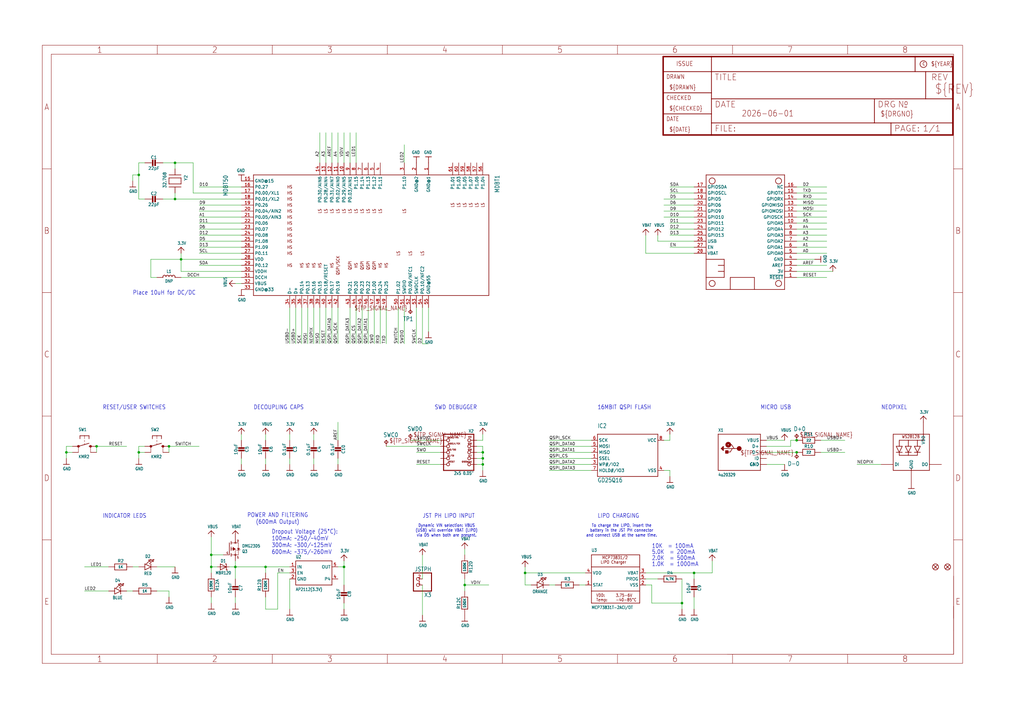
<source format=kicad_sch>
(kicad_sch (version 20230121) (generator eeschema)
  (paper "User" 430.962 298.602)
  (junction (at 287.02 254))
  (junction (at 58.42 190.5))
  (junction (at 76.2 109.22))
  (junction (at 71.12 187.96))
  (junction (at 335.28 190.5))
  (junction (at 144.78 238.76))
  (junction (at 88.9 238.76))
  (junction (at 220.98 241.3))
  (junction (at 73.66 68.58))
  (junction (at 99.06 238.76))
  (junction (at 111.76 238.76))
  (junction (at 203.2 195.58))
  (junction (at 195.58 246.38))
  (junction (at 58.42 73.66))
  (junction (at 40.64 187.96))
  (junction (at 203.2 193.04))
  (junction (at 88.9 233.68))
  (junction (at 73.66 83.82))
  (junction (at 335.28 185.42))
  (junction (at 203.2 190.5))
  (junction (at 27.94 190.5))
  (junction (at 292.1 241.3))
  (wire (pts (xy 279.4 86.36) (xy 292.1 86.36)) (stroke (width 0.1524)))
  (wire (pts (xy 73.66 83.82) (xy 73.66 81.28)) (stroke (width 0.1524)))
  (wire (pts (xy 111.76 256.54) (xy 111.76 251.46)) (stroke (width 0.1524)))
  (wire (pts (xy 335.28 81.28) (xy 347.98 81.28)) (stroke (width 0.1524)))
  (wire (pts (xy 162.56 187.96) (xy 185.42 187.96)) (stroke (width 0.1524)))
  (wire (pts (xy 335.28 111.76) (xy 347.98 111.76)) (stroke (width 0.1524)))
  (wire (pts (xy 99.06 243.84) (xy 99.06 238.76)) (stroke (width 0.1524)))
  (wire (pts (xy 335.28 106.68) (xy 347.98 106.68)) (stroke (width 0.1524)))
  (wire (pts (xy 58.42 238.76) (xy 55.88 238.76)) (stroke (width 0.1524)))
  (wire (pts (xy 347.98 88.9) (xy 335.28 88.9)) (stroke (width 0.1524)))
  (wire (pts (xy 58.42 68.58) (xy 58.42 73.66)) (stroke (width 0.1524)))
  (wire (pts (xy 335.28 93.98) (xy 347.98 93.98)) (stroke (width 0.1524)))
  (wire (pts (xy 195.58 231.14) (xy 195.58 233.68)) (stroke (width 0.1524)))
  (wire (pts (xy 101.6 116.84) (xy 76.2 116.84)) (stroke (width 0.1524)))
  (wire (pts (xy 279.4 185.42) (xy 281.94 185.42)) (stroke (width 0.1524)))
  (wire (pts (xy 279.4 198.12) (xy 281.94 198.12)) (stroke (width 0.1524)))
  (wire (pts (xy 271.78 243.84) (xy 276.86 243.84)) (stroke (width 0.1524)))
  (wire (pts (xy 292.1 78.74) (xy 281.94 78.74)) (stroke (width 0.1524)))
  (wire (pts (xy 101.6 119.38) (xy 99.06 119.38)) (stroke (width 0.1524)))
  (wire (pts (xy 177.8 144.78) (xy 180.34 144.78)) (stroke (width 0.1524)))
  (wire (pts (xy 134.62 68.58) (xy 134.62 55.88)) (stroke (width 0.1524)))
  (wire (pts (xy 73.66 68.58) (xy 73.66 71.12)) (stroke (width 0.1524)))
  (wire (pts (xy 200.66 187.96) (xy 203.2 187.96)) (stroke (width 0.1524)))
  (wire (pts (xy 248.92 185.42) (xy 231.14 185.42)) (stroke (width 0.1524)))
  (wire (pts (xy 83.82 91.44) (xy 101.6 91.44)) (stroke (width 0.1524)))
  (wire (pts (xy 342.9 109.22) (xy 335.28 109.22)) (stroke (width 0.1524)))
  (wire (pts (xy 121.92 241.3) (xy 116.84 241.3)) (stroke (width 0.1524)))
  (wire (pts (xy 111.76 241.3) (xy 111.76 238.76)) (stroke (width 0.1524)))
  (wire (pts (xy 274.32 246.38) (xy 274.32 254)) (stroke (width 0.1524)))
  (wire (pts (xy 335.28 83.82) (xy 347.98 83.82)) (stroke (width 0.1524)))
  (wire (pts (xy 40.64 187.96) (xy 40.64 190.5)) (stroke (width 0.1524)))
  (wire (pts (xy 330.2 185.42) (xy 322.58 185.42)) (stroke (width 0.1524)))
  (wire (pts (xy 195.58 243.84) (xy 195.58 246.38)) (stroke (width 0.1524)))
  (wire (pts (xy 129.54 129.54) (xy 129.54 144.78)) (stroke (width 0.1524)))
  (wire (pts (xy 76.2 114.3) (xy 76.2 109.22)) (stroke (width 0.1524)))
  (wire (pts (xy 180.34 139.7) (xy 180.34 129.54)) (stroke (width 0.1524)))
  (wire (pts (xy 111.76 185.42) (xy 111.76 182.88)) (stroke (width 0.1524)))
  (wire (pts (xy 175.26 129.54) (xy 175.26 144.78)) (stroke (width 0.1524)))
  (wire (pts (xy 281.94 96.52) (xy 292.1 96.52)) (stroke (width 0.1524)))
  (wire (pts (xy 279.4 88.9) (xy 292.1 88.9)) (stroke (width 0.1524)))
  (wire (pts (xy 99.06 236.22) (xy 99.06 238.76)) (stroke (width 0.1524)))
  (wire (pts (xy 276.86 101.6) (xy 276.86 99.06)) (stroke (width 0.1524)))
  (wire (pts (xy 55.88 76.2) (xy 55.88 73.66)) (stroke (width 0.1524)))
  (wire (pts (xy 88.9 254) (xy 88.9 251.46)) (stroke (width 0.1524)))
  (wire (pts (xy 71.12 187.96) (xy 71.12 190.5)) (stroke (width 0.1524)))
  (wire (pts (xy 132.08 193.04) (xy 132.08 195.58)) (stroke (width 0.1524)))
  (wire (pts (xy 127 129.54) (xy 127 144.78)) (stroke (width 0.1524)))
  (wire (pts (xy 335.28 104.14) (xy 347.98 104.14)) (stroke (width 0.1524)))
  (wire (pts (xy 177.8 233.68) (xy 177.8 243.84)) (stroke (width 0.1524)))
  (wire (pts (xy 185.42 190.5) (xy 175.26 190.5)) (stroke (width 0.1524)))
  (wire (pts (xy 101.6 83.82) (xy 73.66 83.82)) (stroke (width 0.1524)))
  (wire (pts (xy 63.5 109.22) (xy 76.2 109.22)) (stroke (width 0.1524)))
  (wire (pts (xy 137.16 129.54) (xy 137.16 144.78)) (stroke (width 0.1524)))
  (wire (pts (xy 101.6 96.52) (xy 83.82 96.52)) (stroke (width 0.1524)))
  (wire (pts (xy 88.9 241.3) (xy 88.9 238.76)) (stroke (width 0.1524)))
  (wire (pts (xy 195.58 246.38) (xy 195.58 248.92)) (stroke (width 0.1524)))
  (wire (pts (xy 88.9 238.76) (xy 88.9 233.68)) (stroke (width 0.1524)))
  (wire (pts (xy 231.14 193.04) (xy 248.92 193.04)) (stroke (width 0.1524)))
  (wire (pts (xy 170.18 68.58) (xy 170.18 60.96)) (stroke (width 0.1524)))
  (wire (pts (xy 142.24 68.58) (xy 142.24 55.88)) (stroke (width 0.1524)))
  (wire (pts (xy 322.58 190.5) (xy 335.28 190.5)) (stroke (width 0.1524)))
  (wire (pts (xy 132.08 185.42) (xy 132.08 182.88)) (stroke (width 0.1524)))
  (wire (pts (xy 335.28 78.74) (xy 347.98 78.74)) (stroke (width 0.1524)))
  (wire (pts (xy 347.98 116.84) (xy 335.28 116.84)) (stroke (width 0.1524)))
  (wire (pts (xy 144.78 238.76) (xy 144.78 236.22)) (stroke (width 0.1524)))
  (wire (pts (xy 121.92 243.84) (xy 121.92 256.54)) (stroke (width 0.1524)))
  (wire (pts (xy 292.1 241.3) (xy 271.78 241.3)) (stroke (width 0.1524)))
  (wire (pts (xy 281.94 93.98) (xy 292.1 93.98)) (stroke (width 0.1524)))
  (wire (pts (xy 292.1 101.6) (xy 276.86 101.6)) (stroke (width 0.1524)))
  (wire (pts (xy 248.92 187.96) (xy 231.14 187.96)) (stroke (width 0.1524)))
  (wire (pts (xy 223.52 246.38) (xy 220.98 246.38)) (stroke (width 0.1524)))
  (wire (pts (xy 335.28 96.52) (xy 347.98 96.52)) (stroke (width 0.1524)))
  (wire (pts (xy 170.18 129.54) (xy 170.18 144.78)) (stroke (width 0.1524)))
  (wire (pts (xy 58.42 73.66) (xy 58.42 83.82)) (stroke (width 0.1524)))
  (wire (pts (xy 60.96 187.96) (xy 58.42 187.96)) (stroke (width 0.1524)))
  (wire (pts (xy 30.48 190.5) (xy 27.94 190.5)) (stroke (width 0.1524)))
  (wire (pts (xy 45.72 248.92) (xy 35.56 248.92)) (stroke (width 0.1524)))
  (wire (pts (xy 203.2 195.58) (xy 203.2 198.12)) (stroke (width 0.1524)))
  (wire (pts (xy 137.16 68.58) (xy 137.16 55.88)) (stroke (width 0.1524)))
  (wire (pts (xy 66.04 248.92) (xy 71.12 248.92)) (stroke (width 0.1524)))
  (wire (pts (xy 292.1 251.46) (xy 292.1 256.54)) (stroke (width 0.1524)))
  (wire (pts (xy 279.4 91.44) (xy 292.1 91.44)) (stroke (width 0.1524)))
  (wire (pts (xy 76.2 109.22) (xy 76.2 106.68)) (stroke (width 0.1524)))
  (wire (pts (xy 81.28 81.28) (xy 101.6 81.28)) (stroke (width 0.1524)))
  (wire (pts (xy 30.48 187.96) (xy 27.94 187.96)) (stroke (width 0.1524)))
  (wire (pts (xy 299.72 236.22) (xy 299.72 241.3)) (stroke (width 0.1524)))
  (wire (pts (xy 101.6 93.98) (xy 83.82 93.98)) (stroke (width 0.1524)))
  (wire (pts (xy 203.2 190.5) (xy 203.2 193.04)) (stroke (width 0.1524)))
  (wire (pts (xy 101.6 111.76) (xy 83.82 111.76)) (stroke (width 0.1524)))
  (wire (pts (xy 200.66 195.58) (xy 203.2 195.58)) (stroke (width 0.1524)))
  (wire (pts (xy 292.1 104.14) (xy 281.94 104.14)) (stroke (width 0.1524)))
  (wire (pts (xy 335.28 101.6) (xy 347.98 101.6)) (stroke (width 0.1524)))
  (wire (pts (xy 149.86 68.58) (xy 149.86 55.88)) (stroke (width 0.1524)))
  (wire (pts (xy 101.6 109.22) (xy 76.2 109.22)) (stroke (width 0.1524)))
  (wire (pts (xy 292.1 83.82) (xy 279.4 83.82)) (stroke (width 0.1524)))
  (wire (pts (xy 322.58 187.96) (xy 332.74 187.96)) (stroke (width 0.1524)))
  (wire (pts (xy 63.5 116.84) (xy 63.5 109.22)) (stroke (width 0.1524)))
  (wire (pts (xy 370.84 195.58) (xy 360.68 195.58)) (stroke (width 0.1524)))
  (wire (pts (xy 53.34 248.92) (xy 55.88 248.92)) (stroke (width 0.1524)))
  (wire (pts (xy 144.78 246.38) (xy 144.78 238.76)) (stroke (width 0.1524)))
  (wire (pts (xy 243.84 246.38) (xy 246.38 246.38)) (stroke (width 0.1524)))
  (wire (pts (xy 91.44 238.76) (xy 88.9 238.76)) (stroke (width 0.1524)))
  (wire (pts (xy 88.9 233.68) (xy 88.9 226.06)) (stroke (width 0.1524)))
  (wire (pts (xy 144.78 254) (xy 144.78 256.54)) (stroke (width 0.1524)))
  (wire (pts (xy 147.32 68.58) (xy 147.32 55.88)) (stroke (width 0.1524)))
  (wire (pts (xy 121.92 193.04) (xy 121.92 195.58)) (stroke (width 0.1524)))
  (wire (pts (xy 101.6 114.3) (xy 76.2 114.3)) (stroke (width 0.1524)))
  (wire (pts (xy 40.64 187.96) (xy 53.34 187.96)) (stroke (width 0.1524)))
  (wire (pts (xy 96.52 238.76) (xy 99.06 238.76)) (stroke (width 0.1524)))
  (wire (pts (xy 271.78 246.38) (xy 274.32 246.38)) (stroke (width 0.1524)))
  (wire (pts (xy 355.6 190.5) (xy 345.44 190.5)) (stroke (width 0.1524)))
  (wire (pts (xy 73.66 238.76) (xy 66.04 238.76)) (stroke (width 0.1524)))
  (wire (pts (xy 203.2 193.04) (xy 203.2 195.58)) (stroke (width 0.1524)))
  (wire (pts (xy 147.32 144.78) (xy 147.32 129.54)) (stroke (width 0.1524)))
  (wire (pts (xy 292.1 241.3) (xy 299.72 241.3)) (stroke (width 0.1524)))
  (wire (pts (xy 157.48 129.54) (xy 157.48 144.78)) (stroke (width 0.1524)))
  (wire (pts (xy 231.14 198.12) (xy 248.92 198.12)) (stroke (width 0.1524)))
  (wire (pts (xy 121.92 238.76) (xy 111.76 238.76)) (stroke (width 0.1524)))
  (wire (pts (xy 287.02 254) (xy 287.02 256.54)) (stroke (width 0.1524)))
  (wire (pts (xy 60.96 190.5) (xy 58.42 190.5)) (stroke (width 0.1524)))
  (wire (pts (xy 322.58 195.58) (xy 330.2 195.58)) (stroke (width 0.1524)))
  (wire (pts (xy 154.94 129.54) (xy 154.94 144.78)) (stroke (width 0.1524)))
  (wire (pts (xy 58.42 187.96) (xy 58.42 190.5)) (stroke (width 0.1524)))
  (wire (pts (xy 292.1 243.84) (xy 292.1 241.3)) (stroke (width 0.1524)))
  (wire (pts (xy 124.46 129.54) (xy 124.46 144.78)) (stroke (width 0.1524)))
  (wire (pts (xy 347.98 86.36) (xy 335.28 86.36)) (stroke (width 0.1524)))
  (wire (pts (xy 195.58 246.38) (xy 205.74 246.38)) (stroke (width 0.1524)))
  (wire (pts (xy 200.66 193.04) (xy 203.2 193.04)) (stroke (width 0.1524)))
  (wire (pts (xy 200.66 190.5) (xy 203.2 190.5)) (stroke (width 0.1524)))
  (wire (pts (xy 121.92 144.78) (xy 121.92 129.54)) (stroke (width 0.1524)))
  (wire (pts (xy 121.92 185.42) (xy 121.92 182.88)) (stroke (width 0.1524)))
  (wire (pts (xy 142.24 238.76) (xy 144.78 238.76)) (stroke (width 0.1524)))
  (wire (pts (xy 101.6 185.42) (xy 101.6 182.88)) (stroke (width 0.1524)))
  (wire (pts (xy 335.28 114.3) (xy 350.52 114.3)) (stroke (width 0.1524)))
  (wire (pts (xy 203.2 185.42) (xy 203.2 182.88)) (stroke (width 0.1524)))
  (wire (pts (xy 101.6 99.06) (xy 83.82 99.06)) (stroke (width 0.1524)))
  (wire (pts (xy 111.76 193.04) (xy 111.76 195.58)) (stroke (width 0.1524)))
  (wire (pts (xy 81.28 81.28) (xy 81.28 68.58)) (stroke (width 0.1524)))
  (wire (pts (xy 287.02 243.84) (xy 287.02 254)) (stroke (width 0.1524)))
  (wire (pts (xy 66.04 116.84) (xy 63.5 116.84)) (stroke (width 0.1524)))
  (wire (pts (xy 101.6 88.9) (xy 83.82 88.9)) (stroke (width 0.1524)))
  (wire (pts (xy 332.74 185.42) (xy 335.28 185.42)) (stroke (width 0.1524)))
  (wire (pts (xy 101.6 78.74) (xy 83.82 78.74)) (stroke (width 0.1524)))
  (wire (pts (xy 281.94 99.06) (xy 292.1 99.06)) (stroke (width 0.1524)))
  (wire (pts (xy 177.8 129.54) (xy 177.8 144.78)) (stroke (width 0.1524)))
  (wire (pts (xy 101.6 104.14) (xy 83.82 104.14)) (stroke (width 0.1524)))
  (wire (pts (xy 231.14 246.38) (xy 233.68 246.38)) (stroke (width 0.1524)))
  (wire (pts (xy 177.8 259.08) (xy 177.8 246.38)) (stroke (width 0.1524)))
  (wire (pts (xy 167.64 129.54) (xy 167.64 144.78)) (stroke (width 0.1524)))
  (wire (pts (xy 101.6 86.36) (xy 83.82 86.36)) (stroke (width 0.1524)))
  (wire (pts (xy 271.78 106.68) (xy 271.78 99.06)) (stroke (width 0.1524)))
  (wire (pts (xy 231.14 190.5) (xy 248.92 190.5)) (stroke (width 0.1524)))
  (wire (pts (xy 27.94 190.5) (xy 27.94 193.04)) (stroke (width 0.1524)))
  (wire (pts (xy 162.56 129.54) (xy 162.56 144.78)) (stroke (width 0.1524)))
  (wire (pts (xy 142.24 195.58) (xy 142.24 193.04)) (stroke (width 0.1524)))
  (wire (pts (xy 27.94 187.96) (xy 27.94 190.5)) (stroke (width 0.1524)))
  (wire (pts (xy 99.06 251.46) (xy 99.06 254)) (stroke (width 0.1524)))
  (wire (pts (xy 274.32 254) (xy 287.02 254)) (stroke (width 0.1524)))
  (wire (pts (xy 220.98 241.3) (xy 246.38 241.3)) (stroke (width 0.1524)))
  (wire (pts (xy 231.14 195.58) (xy 248.92 195.58)) (stroke (width 0.1524)))
  (wire (pts (xy 335.28 91.44) (xy 347.98 91.44)) (stroke (width 0.1524)))
  (wire (pts (xy 139.7 144.78) (xy 139.7 129.54)) (stroke (width 0.1524)))
  (wire (pts (xy 58.42 83.82) (xy 60.96 83.82)) (stroke (width 0.1524)))
  (wire (pts (xy 185.42 195.58) (xy 175.26 195.58)) (stroke (width 0.1524)))
  (wire (pts (xy 203.2 187.96) (xy 203.2 190.5)) (stroke (width 0.1524)))
  (wire (pts (xy 152.4 129.54) (xy 152.4 144.78)) (stroke (width 0.1524)))
  (wire (pts (xy 332.74 187.96) (xy 332.74 185.42)) (stroke (width 0.1524)))
  (wire (pts (xy 83.82 101.6) (xy 101.6 101.6)) (stroke (width 0.1524)))
  (wire (pts (xy 292.1 106.68) (xy 271.78 106.68)) (stroke (width 0.1524)))
  (wire (pts (xy 139.7 68.58) (xy 139.7 55.88)) (stroke (width 0.1524)))
  (wire (pts (xy 60.96 68.58) (xy 58.42 68.58)) (stroke (width 0.1524)))
  (wire (pts (xy 281.94 198.12) (xy 281.94 200.66)) (stroke (width 0.1524)))
  (wire (pts (xy 220.98 246.38) (xy 220.98 241.3)) (stroke (width 0.1524)))
  (wire (pts (xy 142.24 185.42) (xy 142.24 177.8)) (stroke (width 0.1524)))
  (wire (pts (xy 116.84 256.54) (xy 111.76 256.54)) (stroke (width 0.1524)))
  (wire (pts (xy 220.98 238.76) (xy 220.98 241.3)) (stroke (width 0.1524)))
  (wire (pts (xy 81.28 68.58) (xy 73.66 68.58)) (stroke (width 0.1524)))
  (wire (pts (xy 99.06 238.76) (xy 111.76 238.76)) (stroke (width 0.1524)))
  (wire (pts (xy 68.58 68.58) (xy 73.66 68.58)) (stroke (width 0.1524)))
  (wire (pts (xy 132.08 129.54) (xy 132.08 144.78)) (stroke (width 0.1524)))
  (wire (pts (xy 355.6 185.42) (xy 345.44 185.42)) (stroke (width 0.1524)))
  (wire (pts (xy 144.78 68.58) (xy 144.78 55.88)) (stroke (width 0.1524)))
  (wire (pts (xy 149.86 144.78) (xy 149.86 129.54)) (stroke (width 0.1524)))
  (wire (pts (xy 160.02 129.54) (xy 160.02 144.78)) (stroke (width 0.1524)))
  (wire (pts (xy 281.94 185.42) (xy 281.94 182.88)) (stroke (width 0.1524)))
  (wire (pts (xy 116.84 241.3) (xy 116.84 256.54)) (stroke (width 0.1524)))
  (wire (pts (xy 68.58 83.82) (xy 73.66 83.82)) (stroke (width 0.1524)))
  (wire (pts (xy 200.66 185.42) (xy 203.2 185.42)) (stroke (width 0.1524)))
  (wire (pts (xy 134.62 129.54) (xy 134.62 144.78)) (stroke (width 0.1524)))
  (wire (pts (xy 142.24 144.78) (xy 142.24 129.54)) (stroke (width 0.1524)))
  (wire (pts (xy 55.88 73.66) (xy 58.42 73.66)) (stroke (width 0.1524)))
  (wire (pts (xy 58.42 190.5) (xy 58.42 193.04)) (stroke (width 0.1524)))
  (wire (pts (xy 185.42 185.42) (xy 172.72 185.42)) (stroke (width 0.1524)))
  (wire (pts (xy 93.98 233.68) (xy 88.9 233.68)) (stroke (width 0.1524)))
  (wire (pts (xy 101.6 193.04) (xy 101.6 195.58)) (stroke (width 0.1524)))
  (wire (pts (xy 292.1 81.28) (xy 281.94 81.28)) (stroke (width 0.1524)))
  (wire (pts (xy 71.12 187.96) (xy 83.82 187.96)) (stroke (width 0.1524)))
  (wire (pts (xy 71.12 248.92) (xy 71.12 251.46)) (stroke (width 0.1524)))
  (wire (pts (xy 83.82 106.68) (xy 101.6 106.68)) (stroke (width 0.1524)))
  (wire (pts (xy 335.28 99.06) (xy 347.98 99.06)) (stroke (width 0.1524)))
  (wire (pts (xy 45.72 238.76) (xy 35.56 238.76)) (stroke (width 0.1524)))
  (text "RESET/USER SWITCHES" (at 43.18 172.72 0) (effects (font (size 1.778 1.5113)) (justify left bottom)))
  (text "To charge the LIPO, insert the\nbattery in the JST PH connector\nand connect USB at the same time." (at 261.62 223.52 0) (effects (font (size 1.27 1.0795))))
  (text "1.0K  = 1000mA" (at 274.32 238.76 0) (effects (font (size 1.778 1.5113)) (justify left bottom)))
  (text "SWD DEBUGGER" (at 182.88 172.72 0) (effects (font (size 1.778 1.5113)) (justify left bottom)))
  (text "JST PH LIPO INPUT" (at 177.8 218.44 0) (effects (font (size 1.778 1.5113)) (justify left bottom)))
  (text "MICRO USB" (at 320.04 172.72 0) (effects (font (size 1.778 1.5113)) (justify left bottom)))
  (text "5.0K  = 200mA" (at 274.32 233.68 0) (effects (font (size 1.778 1.5113)) (justify left bottom)))
  (text "Dropout Voltage (25°C):\n100mA: ~250/~40mV\n300mA: ~300/~125mV\n600mA: ~375/~260mV" (at 114.3 233.68 0) (effects (font (size 1.778 1.5113)) (justify left bottom)))
  (text "Dynamic VIN selection: VBUS\n(USB) will override VBAT (LIPO)\nvia D5 when both are present." (at 187.96 223.52 0) (effects (font (size 1.27 1.0795))))
  (text "DECOUPLING CAPS" (at 106.68 172.72 0) (effects (font (size 1.778 1.5113)) (justify left bottom)))
  (text "16MBIT QSPI FLASH" (at 251.46 172.72 0) (effects (font (size 1.778 1.5113)) (justify left bottom)))
  (text "10K  = 100mA" (at 274.32 231.14 0) (effects (font (size 1.778 1.5113)) (justify left bottom)))
  (text "LIPO CHARGING" (at 251.46 218.44 0) (effects (font (size 1.778 1.5113)) (justify left bottom)))
  (text "Place 10uH for DC/DC" (at 55.88 124.46 0) (effects (font (size 1.778 1.5113)) (justify left bottom)))
  (text "2.0K  = 500mA" (at 274.32 236.22 0) (effects (font (size 1.778 1.5113)) (justify left bottom)))
  (text "POWER AND FILTERING\n(600mA Output)" (at 116.84 220.98 0) (effects (font (size 1.778 1.5113)) (justify bottom)))
  (text "INDICATOR LEDS" (at 43.18 218.44 0) (effects (font (size 1.778 1.5113)) (justify left bottom)))
  (text "NEOPIXEL" (at 370.84 172.72 0) (effects (font (size 1.778 1.5113)) (justify left bottom)))
  (label "USBD+" (at 347.98 185.42 0) (effects (font (size 1.2446 1.2446))))
  (label "D13" (at 281.94 99.06 0) (effects (font (size 1.2446 1.2446))))
  (label "USBD+" (at 124.46 144.78 90) (effects (font (size 1.2446 1.2446))))
  (label "QSPI_DATA1" (at 154.94 144.78 90) (effects (font (size 1.2446 1.2446))))
  (label "MISO" (at 134.62 144.78 90) (effects (font (size 1.2446 1.2446))))
  (label "A2" (at 134.62 66.04 90) (effects (font (size 1.2446 1.2446))))
  (label "SWDIO" (at 175.26 185.42 0) (effects (font (size 1.2446 1.2446))))
  (label "D11" (at 281.94 93.98 0) (effects (font (size 1.2446 1.2446))))
  (label "MISO" (at 337.82 86.36 0) (effects (font (size 1.2446 1.2446))))
  (label "D12" (at 281.94 96.52 0) (effects (font (size 1.2446 1.2446))))
  (label "SWO" (at 157.48 144.78 90) (effects (font (size 1.2446 1.2446))))
  (label "D10" (at 281.94 91.44 0) (effects (font (size 1.2446 1.2446))))
  (label "VDIV" (at 198.12 246.38 0) (effects (font (size 1.2446 1.2446))))
  (label "QSPI_DATA0" (at 139.7 144.78 90) (effects (font (size 1.2446 1.2446))))
  (label "QSPI_DATA3" (at 147.32 144.78 90) (effects (font (size 1.2446 1.2446))))
  (label "SCL" (at 281.94 81.28 0) (effects (font (size 1.2446 1.2446))))
  (label "RESET" (at 45.72 187.96 0) (effects (font (size 1.2446 1.2446))))
  (label "D2" (at 337.82 78.74 0) (effects (font (size 1.2446 1.2446))))
  (label "SWITCH" (at 167.64 144.78 90) (effects (font (size 1.2446 1.2446))))
  (label "A0" (at 337.82 106.68 0) (effects (font (size 1.2446 1.2446))))
  (label "NEOPIX" (at 360.68 195.58 0) (effects (font (size 1.2446 1.2446))))
  (label "VBUS" (at 322.58 185.42 0) (effects (font (size 1.2446 1.2446))))
  (label "USBD-" (at 347.98 190.5 0) (effects (font (size 1.2446 1.2446))))
  (label "RESET" (at 337.82 116.84 0) (effects (font (size 1.2446 1.2446))))
  (label "SWITCH" (at 73.66 187.96 0) (effects (font (size 1.2446 1.2446))))
  (label "D9" (at 83.82 86.36 0) (effects (font (size 1.2446 1.2446))))
  (label "D6" (at 83.82 96.52 0) (effects (font (size 1.2446 1.2446))))
  (label "SWCLK" (at 175.26 187.96 0) (effects (font (size 1.2446 1.2446))))
  (label "QSPI_DATA2" (at 152.4 144.78 90) (effects (font (size 1.2446 1.2446))))
  (label "DCCH" (at 78.74 116.84 0) (effects (font (size 1.2446 1.2446))))
  (label "QSPI_DATA0" (at 231.14 187.96 0) (effects (font (size 1.2446 1.2446))))
  (label "QSPI_DATA1" (at 231.14 190.5 0) (effects (font (size 1.2446 1.2446))))
  (label "D9" (at 281.94 88.9 0) (effects (font (size 1.2446 1.2446))))
  (label "LED2" (at 35.56 248.92 0) (effects (font (size 1.2446 1.2446))))
  (label "MOSI" (at 129.54 144.78 90) (effects (font (size 1.2446 1.2446))))
  (label "SCK" (at 337.82 91.44 0) (effects (font (size 1.2446 1.2446))))
  (label "LED1" (at 38.1 238.76 0) (effects (font (size 1.2446 1.2446))))
  (label "LED1" (at 149.86 66.04 90) (effects (font (size 1.2446 1.2446))))
  (label "AREF" (at 139.7 66.04 90) (effects (font (size 1.2446 1.2446))))
  (label "LED2" (at 170.18 68.58 90) (effects (font (size 1.2446 1.2446))))
  (label "TXD" (at 337.82 81.28 0) (effects (font (size 1.2446 1.2446))))
  (label "RESET" (at 137.16 144.78 90) (effects (font (size 1.2446 1.2446))))
  (label "D2" (at 177.8 144.78 90) (effects (font (size 1.2446 1.2446))))
  (label "RXD" (at 160.02 144.78 90) (effects (font (size 1.2446 1.2446))))
  (label "QSPI_CS" (at 149.86 144.78 90) (effects (font (size 1.2446 1.2446))))
  (label "SCL" (at 83.82 106.68 0) (effects (font (size 1.2446 1.2446))))
  (label "A4" (at 142.24 66.04 90) (effects (font (size 1.2446 1.2446))))
  (label "EN" (at 281.94 104.14 0) (effects (font (size 1.2446 1.2446))))
  (label "D6" (at 281.94 86.36 0) (effects (font (size 1.2446 1.2446))))
  (label "AREF" (at 337.82 111.76 0) (effects (font (size 1.2446 1.2446))))
  (label "QSPI_SCK" (at 231.14 185.42 0) (effects (font (size 1.2446 1.2446))))
  (label "USBD-" (at 121.92 144.78 90) (effects (font (size 1.2446 1.2446))))
  (label "QSPI_DATA3" (at 231.14 198.12 0) (effects (font (size 1.2446 1.2446))))
  (label "NEOPIX" (at 132.08 144.78 90) (effects (font (size 1.2446 1.2446))))
  (label "D11" (at 83.82 93.98 0) (effects (font (size 1.2446 1.2446))))
  (label "D13" (at 83.82 104.14 0) (effects (font (size 1.2446 1.2446))))
  (label "SCK" (at 127 144.78 90) (effects (font (size 1.2446 1.2446))))
  (label "D12" (at 83.82 99.06 0) (effects (font (size 1.2446 1.2446))))
  (label "QSPI_SCK" (at 142.24 144.78 90) (effects (font (size 1.2446 1.2446))))
  (label "A3" (at 337.82 99.06 0) (effects (font (size 1.2446 1.2446))))
  (label "SWO" (at 175.26 190.5 0) (effects (font (size 1.2446 1.2446))))
  (label "RXD" (at 337.82 83.82 0) (effects (font (size 1.2446 1.2446))))
  (label "A5" (at 147.32 66.04 90) (effects (font (size 1.2446 1.2446))))
  (label "A0" (at 83.82 88.9 0) (effects (font (size 1.2446 1.2446))))
  (label "A4" (at 337.82 96.52 0) (effects (font (size 1.2446 1.2446))))
  (label "SDA" (at 281.94 78.74 0) (effects (font (size 1.2446 1.2446))))
  (label "EN" (at 116.84 241.3 0) (effects (font (size 1.2446 1.2446))))
  (label "QSPI_CS" (at 231.14 193.04 0) (effects (font (size 1.2446 1.2446))))
  (label "AREF" (at 142.24 185.42 90) (effects (font (size 1.2446 1.2446))))
  (label "RESET" (at 175.26 195.58 0) (effects (font (size 1.2446 1.2446))))
  (label "A3" (at 137.16 66.04 90) (effects (font (size 1.2446 1.2446))))
  (label "A2" (at 337.82 101.6 0) (effects (font (size 1.2446 1.2446))))
  (label "SWDIO" (at 170.18 144.78 90) (effects (font (size 1.2446 1.2446))))
  (label "D5" (at 281.94 83.82 0) (effects (font (size 1.2446 1.2446))))
  (label "D10" (at 83.82 78.74 0) (effects (font (size 1.2446 1.2446))))
  (label "A1" (at 337.82 104.14 0) (effects (font (size 1.2446 1.2446))))
  (label "TXD" (at 162.56 144.78 90) (effects (font (size 1.2446 1.2446))))
  (label "A1" (at 83.82 91.44 0) (effects (font (size 1.2446 1.2446))))
  (label "QSPI_DATA2" (at 231.14 195.58 0) (effects (font (size 1.2446 1.2446))))
  (label "VDIV" (at 144.78 66.04 90) (effects (font (size 1.2446 1.2446))))
  (label "SDA" (at 83.82 111.76 0) (effects (font (size 1.2446 1.2446))))
  (label "MOSI" (at 337.82 88.9 0) (effects (font (size 1.2446 1.2446))))
  (label "SWCLK" (at 175.26 144.78 90) (effects (font (size 1.2446 1.2446))))
  (label "D5" (at 83.82 101.6 0) (effects (font (size 1.2446 1.2446))))
  (label "A5" (at 337.82 93.98 0) (effects (font (size 1.2446 1.2446))))
  (symbol (lib_id "Adafruit nRF52840 Bluefruit Feather Express Rev D-eagle-import:VBUS") (at 220.98 236.22 0) (unit 1)
    (property "Reference" "#U$38" (effects hide))
    (property "Value" "VBUS" (at 219.456 235.204 0) (effects (font (size 1.27 1.0795)) (justify left bottom)))
  )
  (symbol (lib_id "Adafruit nRF52840 Bluefruit Feather Express Rev D-eagle-import:SPIFLASH_8PINUX") (at 264.16 193.04 0) (unit 1)
    (property "Reference" "IC2" (at 251.46 180.34 0) (effects (font (size 1.778 1.5113)) (justify left bottom)))
    (property "Value" "GD25Q16" (at 251.46 203.2 0) (effects (font (size 1.778 1.5113)) (justify left bottom)))
    (property "Footprint" "Adafruit nRF52840 Bluefruit Feather Express Rev D:USON8" (effects hide))
  )
  (symbol (lib_id "Adafruit nRF52840 Bluefruit Feather Express Rev D-eagle-import:VBUS") (at 96.52 119.38 90) (unit 1)
    (property "Reference" "#U$23" (effects hide))
    (property "Value" "VBUS" (at 95.504 120.904 0) (effects (font (size 1.27 1.0795)) (justify left bottom)))
  )
  (symbol (lib_id "Adafruit nRF52840 Bluefruit Feather Express Rev D-eagle-import:GND") (at 101.6 124.46 0) (unit 1)
    (property "Reference" "#U$48" (effects hide))
    (property "Value" "GND" (at 100.076 127 0) (effects (font (size 1.27 1.0795)) (justify left bottom)))
  )
  (symbol (lib_id "Adafruit nRF52840 Bluefruit Feather Express Rev D-eagle-import:MCP73831/2") (at 259.08 243.84 0) (unit 1)
    (property "Reference" "U3" (at 248.92 232.41 0) (effects (font (size 1.27 1.0795)) (justify left bottom)))
    (property "Value" "MCP73831T-2ACI/OT" (at 248.92 256.54 0) (effects (font (size 1.27 1.0795)) (justify left bottom)))
    (property "Footprint" "Adafruit nRF52840 Bluefruit Feather Express Rev D:SOT23-5" (effects hide))
  )
  (symbol (lib_id "Adafruit nRF52840 Bluefruit Feather Express Rev D-eagle-import:TPTP12R") (at 162.56 185.42 0) (unit 1)
    (property "Reference" "SWC0" (at 161.29 184.15 0) (effects (font (size 1.778 1.5113)) (justify left bottom)))
    (property "Value" "TPTP12R" (effects hide))
    (property "Footprint" "Adafruit nRF52840 Bluefruit Feather Express Rev D:TP12R" (effects hide))
  )
  (symbol (lib_id "Adafruit nRF52840 Bluefruit Feather Express Rev D-eagle-import:3.3V") (at 144.78 233.68 0) (unit 1)
    (property "Reference" "#U$11" (effects hide))
    (property "Value" "3.3V" (at 143.256 232.664 0) (effects (font (size 1.27 1.0795)) (justify left bottom)))
  )
  (symbol (lib_id "Adafruit nRF52840 Bluefruit Feather Express Rev D-eagle-import:FEATHERWING_NODIM") (at 330.2 121.92 90) (unit 1)
    (property "Reference" "MS1" (effects hide))
    (property "Value" "FEATHERWING_NODIM" (effects hide))
    (property "Footprint" "Adafruit nRF52840 Bluefruit Feather Express Rev D:FEATHERWING_NODIM" (effects hide))
  )
  (symbol (lib_id "Adafruit nRF52840 Bluefruit Feather Express Rev D-eagle-import:FRAME_A3") (at 279.4 58.42 0) (unit 3)
    (property "Reference" "#FRAME1" (effects hide))
    (property "Value" "FRAME_A3" (effects hide))
  )
  (symbol (lib_id "Adafruit nRF52840 Bluefruit Feather Express Rev D-eagle-import:GND") (at 121.92 198.12 0) (unit 1)
    (property "Reference" "#U$34" (effects hide))
    (property "Value" "GND" (at 120.396 200.66 0) (effects (font (size 1.27 1.0795)) (justify left bottom)))
  )
  (symbol (lib_id "Adafruit nRF52840 Bluefruit Feather Express Rev D-eagle-import:WS2812B3535") (at 383.54 193.04 0) (unit 1)
    (property "Reference" "LED1" (effects hide))
    (property "Value" "WS2812B3535" (effects hide))
    (property "Footprint" "Adafruit nRF52840 Bluefruit Feather Express Rev D:LED3535" (effects hide))
  )
  (symbol (lib_id "Adafruit nRF52840 Bluefruit Feather Express Rev D-eagle-import:RESISTOR_0603_NOOUT") (at 340.36 185.42 0) (unit 1)
    (property "Reference" "R11" (at 340.36 182.88 0))
    (property "Value" "22" (at 340.36 185.42 0) (effects (font (size 1.016 1.016) bold)))
    (property "Footprint" "Adafruit nRF52840 Bluefruit Feather Express Rev D:0603-NO" (effects hide))
  )
  (symbol (lib_id "Adafruit nRF52840 Bluefruit Feather Express Rev D-eagle-import:GND") (at 71.12 254 0) (unit 1)
    (property "Reference" "#U$46" (effects hide))
    (property "Value" "GND" (at 69.596 256.54 0) (effects (font (size 1.27 1.0795)) (justify left bottom)))
  )
  (symbol (lib_id "Adafruit nRF52840 Bluefruit Feather Express Rev D-eagle-import:GND") (at 287.02 259.08 0) (unit 1)
    (property "Reference" "#U$36" (effects hide))
    (property "Value" "GND" (at 285.496 261.62 0) (effects (font (size 1.27 1.0795)) (justify left bottom)))
  )
  (symbol (lib_id "Adafruit nRF52840 Bluefruit Feather Express Rev D-eagle-import:SWITCH_TACT_SMT4.6X2.8") (at 66.04 187.96 0) (unit 1)
    (property "Reference" "SW2" (at 63.5 181.61 0) (effects (font (size 1.27 1.0795)) (justify left bottom)))
    (property "Value" "KMR2" (at 63.5 193.04 0) (effects (font (size 1.27 1.0795)) (justify left bottom)))
    (property "Footprint" "Adafruit nRF52840 Bluefruit Feather Express Rev D:BTN_KMR2_4.6X2.8" (effects hide))
  )
  (symbol (lib_id "Adafruit nRF52840 Bluefruit Feather Express Rev D-eagle-import:GND") (at 111.76 198.12 0) (unit 1)
    (property "Reference" "#U$25" (effects hide))
    (property "Value" "GND" (at 110.236 200.66 0) (effects (font (size 1.27 1.0795)) (justify left bottom)))
  )
  (symbol (lib_id "Adafruit nRF52840 Bluefruit Feather Express Rev D-eagle-import:LED0805_NOOUTLINE") (at 50.8 248.92 0) (unit 1)
    (property "Reference" "D4" (at 49.53 244.475 0) (effects (font (size 1.27 1.0795))))
    (property "Value" "BLUE" (at 49.53 251.714 0) (effects (font (size 1.27 1.0795))))
    (property "Footprint" "Adafruit nRF52840 Bluefruit Feather Express Rev D:CHIPLED_0805_NOOUTLINE" (effects hide))
  )
  (symbol (lib_id "Adafruit nRF52840 Bluefruit Feather Express Rev D-eagle-import:GND") (at 101.6 198.12 0) (unit 1)
    (property "Reference" "#U$42" (effects hide))
    (property "Value" "GND" (at 100.076 200.66 0) (effects (font (size 1.27 1.0795)) (justify left bottom)))
  )
  (symbol (lib_id "Adafruit nRF52840 Bluefruit Feather Express Rev D-eagle-import:VBAT") (at 99.06 223.52 0) (unit 1)
    (property "Reference" "#U$43" (effects hide))
    (property "Value" "VBAT" (at 97.536 222.504 0) (effects (font (size 1.27 1.0795)) (justify left bottom)))
  )
  (symbol (lib_id "Adafruit nRF52840 Bluefruit Feather Express Rev D-eagle-import:TPTP10R") (at 335.28 182.88 0) (unit 1)
    (property "Reference" "D+0" (at 334.01 181.61 0) (effects (font (size 1.778 1.5113)) (justify left bottom)))
    (property "Value" "TPTP10R" (effects hide))
    (property "Footprint" "Adafruit nRF52840 Bluefruit Feather Express Rev D:TP10R" (effects hide))
  )
  (symbol (lib_id "Adafruit nRF52840 Bluefruit Feather Express Rev D-eagle-import:TPTP10R") (at 172.72 132.08 180) (unit 1)
    (property "Reference" "TP1" (at 173.99 133.35 0) (effects (font (size 1.778 1.5113)) (justify left bottom)))
    (property "Value" "TPTP10R" (effects hide))
    (property "Footprint" "Adafruit nRF52840 Bluefruit Feather Express Rev D:TP10R" (effects hide))
  )
  (symbol (lib_id "Adafruit nRF52840 Bluefruit Feather Express Rev D-eagle-import:CON_JST_PH_2PIN") (at 175.26 243.84 180) (unit 1)
    (property "Reference" "X3" (at 181.61 249.555 0) (effects (font (size 1.778 1.5113)) (justify left bottom)))
    (property "Value" "JSTPH" (at 181.61 238.76 0) (effects (font (size 1.778 1.5113)) (justify left bottom)))
    (property "Footprint" "Adafruit nRF52840 Bluefruit Feather Express Rev D:JSTPH2" (effects hide))
  )
  (symbol (lib_id "Adafruit nRF52840 Bluefruit Feather Express Rev D-eagle-import:GND") (at 144.78 259.08 0) (unit 1)
    (property "Reference" "#U$5" (effects hide))
    (property "Value" "GND" (at 143.256 261.62 0) (effects (font (size 1.27 1.0795)) (justify left bottom)))
  )
  (symbol (lib_id "Adafruit nRF52840 Bluefruit Feather Express Rev D-eagle-import:LED0805_NOOUTLINE") (at 63.5 238.76 0) (unit 1)
    (property "Reference" "D2" (at 62.23 234.315 0) (effects (font (size 1.27 1.0795))))
    (property "Value" "RED" (at 62.23 241.554 0) (effects (font (size 1.27 1.0795))))
    (property "Footprint" "Adafruit nRF52840 Bluefruit Feather Express Rev D:CHIPLED_0805_NOOUTLINE" (effects hide))
  )
  (symbol (lib_id "Adafruit nRF52840 Bluefruit Feather Express Rev D-eagle-import:TPTP12R") (at 172.72 182.88 0) (unit 1)
    (property "Reference" "SWD0" (at 171.45 181.61 0) (effects (font (size 1.778 1.5113)) (justify left bottom)))
    (property "Value" "TPTP12R" (effects hide))
    (property "Footprint" "Adafruit nRF52840 Bluefruit Feather Express Rev D:TP12R" (effects hide))
  )
  (symbol (lib_id "Adafruit nRF52840 Bluefruit Feather Express Rev D-eagle-import:GND") (at 58.42 195.58 0) (unit 1)
    (property "Reference" "#U$8" (effects hide))
    (property "Value" "GND" (at 56.896 198.12 0) (effects (font (size 1.27 1.0795)) (justify left bottom)))
  )
  (symbol (lib_id "Adafruit nRF52840 Bluefruit Feather Express Rev D-eagle-import:CAP_CERAMIC0805-NOOUTLINE") (at 111.76 187.96 180) (unit 1)
    (property "Reference" "C6" (at 114.05 189.21 90))
    (property "Value" "10uF" (at 109.46 189.21 90))
    (property "Footprint" "Adafruit nRF52840 Bluefruit Feather Express Rev D:0805-NO" (effects hide))
  )
  (symbol (lib_id "Adafruit nRF52840 Bluefruit Feather Express Rev D-eagle-import:VBUS") (at 88.9 223.52 0) (unit 1)
    (property "Reference" "#U$13" (effects hide))
    (property "Value" "VBUS" (at 87.376 222.504 0) (effects (font (size 1.27 1.0795)) (justify left bottom)))
  )
  (symbol (lib_id "Adafruit nRF52840 Bluefruit Feather Express Rev D-eagle-import:RESISTOR_4PACK") (at 195.58 254 90) (unit 3)
    (property "Reference" "R12" (at 193.04 254 0))
    (property "Value" "100K" (at 195.58 254 0) (effects (font (size 1.016 1.016) bold)))
    (property "Footprint" "Adafruit nRF52840 Bluefruit Feather Express Rev D:RESPACK_4X0603" (effects hide))
  )
  (symbol (lib_id "Adafruit nRF52840 Bluefruit Feather Express Rev D-eagle-import:LED0805_NOOUTLINE") (at 228.6 246.38 0) (unit 1)
    (property "Reference" "D3" (at 227.33 241.935 0) (effects (font (size 1.27 1.0795))))
    (property "Value" "ORANGE" (at 227.33 249.174 0) (effects (font (size 1.27 1.0795))))
    (property "Footprint" "Adafruit nRF52840 Bluefruit Feather Express Rev D:CHIPLED_0805_NOOUTLINE" (effects hide))
  )
  (symbol (lib_id "Adafruit nRF52840 Bluefruit Feather Express Rev D-eagle-import:RESISTOR_4PACK") (at 88.9 246.38 270) (unit 1)
    (property "Reference" "R12" (at 91.44 246.38 0))
    (property "Value" "100K" (at 88.9 246.38 0) (effects (font (size 1.016 1.016) bold)))
    (property "Footprint" "Adafruit nRF52840 Bluefruit Feather Express Rev D:RESPACK_4X0603" (effects hide))
  )
  (symbol (lib_id "Adafruit nRF52840 Bluefruit Feather Express Rev D-eagle-import:CAP_CERAMIC0603_NO") (at 132.08 187.96 180) (unit 1)
    (property "Reference" "C4" (at 134.37 189.21 90))
    (property "Value" "0.1uF" (at 129.78 189.21 90))
    (property "Footprint" "Adafruit nRF52840 Bluefruit Feather Express Rev D:0603-NO" (effects hide))
  )
  (symbol (lib_id "Adafruit nRF52840 Bluefruit Feather Express Rev D-eagle-import:VBAT") (at 271.78 96.52 0) (unit 1)
    (property "Reference" "#U$26" (effects hide))
    (property "Value" "VBAT" (at 270.256 95.504 0) (effects (font (size 1.27 1.0795)) (justify left bottom)))
  )
  (symbol (lib_id "Adafruit nRF52840 Bluefruit Feather Express Rev D-eagle-import:GND") (at 55.88 78.74 0) (unit 1)
    (property "Reference" "#U$17" (effects hide))
    (property "Value" "GND" (at 54.356 81.28 0) (effects (font (size 1.27 1.0795)) (justify left bottom)))
  )
  (symbol (lib_id "Adafruit nRF52840 Bluefruit Feather Express Rev D-eagle-import:GND") (at 132.08 198.12 0) (unit 1)
    (property "Reference" "#U$31" (effects hide))
    (property "Value" "GND" (at 130.556 200.66 0) (effects (font (size 1.27 1.0795)) (justify left bottom)))
  )
  (symbol (lib_id "Adafruit nRF52840 Bluefruit Feather Express Rev D-eagle-import:INDUCTOR_0805MP") (at 71.12 116.84 0) (unit 1)
    (property "Reference" "L1" (at 71.12 114.3 0) (effects (font (size 1.27 1.0795))))
    (property "Value" "DNP" (at 71.12 118.38 0) (effects (font (size 1.27 1.0795))))
    (property "Footprint" "Adafruit nRF52840 Bluefruit Feather Express Rev D:_0805MP" (effects hide))
  )
  (symbol (lib_id "Adafruit nRF52840 Bluefruit Feather Express Rev D-eagle-import:GND") (at 203.2 200.66 0) (unit 1)
    (property "Reference" "#U$52" (effects hide))
    (property "Value" "GND" (at 201.676 203.2 0) (effects (font (size 1.27 1.0795)) (justify left bottom)))
  )
  (symbol (lib_id "Adafruit nRF52840 Bluefruit Feather Express Rev D-eagle-import:CAP_CERAMIC0805-NOOUTLINE") (at 101.6 187.96 180) (unit 1)
    (property "Reference" "C5" (at 103.89 189.21 90))
    (property "Value" "10uF" (at 99.3 189.21 90))
    (property "Footprint" "Adafruit nRF52840 Bluefruit Feather Express Rev D:0805-NO" (effects hide))
  )
  (symbol (lib_id "Adafruit nRF52840 Bluefruit Feather Express Rev D-eagle-import:CAP_CERAMIC0603_NO") (at 63.5 83.82 270) (unit 1)
    (property "Reference" "C2" (at 64.75 81.53 90))
    (property "Value" "22pF" (at 64.75 86.12 90))
    (property "Footprint" "Adafruit nRF52840 Bluefruit Feather Express Rev D:0603-NO" (effects hide))
  )
  (symbol (lib_id "Adafruit nRF52840 Bluefruit Feather Express Rev D-eagle-import:GND") (at 383.54 205.74 0) (unit 1)
    (property "Reference" "#U$60" (effects hide))
    (property "Value" "GND" (at 382.016 208.28 0) (effects (font (size 1.27 1.0795)) (justify left bottom)))
  )
  (symbol (lib_id "Adafruit nRF52840 Bluefruit Feather Express Rev D-eagle-import:RESISTOR_0603_NOOUT") (at 50.8 238.76 0) (unit 1)
    (property "Reference" "R2" (at 50.8 236.22 0))
    (property "Value" "1K" (at 50.8 238.76 0) (effects (font (size 1.016 1.016) bold)))
    (property "Footprint" "Adafruit nRF52840 Bluefruit Feather Express Rev D:0603-NO" (effects hide))
  )
  (symbol (lib_id "Adafruit nRF52840 Bluefruit Feather Express Rev D-eagle-import:VBUS") (at 111.76 180.34 0) (unit 1)
    (property "Reference" "#U$29" (effects hide))
    (property "Value" "VBUS" (at 110.236 179.324 0) (effects (font (size 1.27 1.0795)) (justify left bottom)))
  )
  (symbol (lib_id "Adafruit nRF52840 Bluefruit Feather Express Rev D-eagle-import:DIODE-SCHOTTKYSOD-123") (at 93.98 238.76 0) (unit 1)
    (property "Reference" "D1" (at 93.98 236.22 0) (effects (font (size 1.27 1.0795))))
    (property "Value" "MBR120" (at 93.98 241.26 0) (effects (font (size 1.27 1.0795))))
    (property "Footprint" "Adafruit nRF52840 Bluefruit Feather Express Rev D:SOD-123" (effects hide))
  )
  (symbol (lib_id "Adafruit nRF52840 Bluefruit Feather Express Rev D-eagle-import:3.3V") (at 121.92 180.34 0) (unit 1)
    (property "Reference" "#U$32" (effects hide))
    (property "Value" "3.3V" (at 120.396 179.324 0) (effects (font (size 1.27 1.0795)) (justify left bottom)))
  )
  (symbol (lib_id "Adafruit nRF52840 Bluefruit Feather Express Rev D-eagle-import:GND") (at 175.26 66.04 180) (unit 1)
    (property "Reference" "#U$51" (effects hide))
    (property "Value" "GND" (at 176.784 63.5 0) (effects (font (size 1.27 1.0795)) (justify left bottom)))
  )
  (symbol (lib_id "Adafruit nRF52840 Bluefruit Feather Express Rev D-eagle-import:GND") (at 88.9 256.54 0) (unit 1)
    (property "Reference" "#U$44" (effects hide))
    (property "Value" "GND" (at 87.376 259.08 0) (effects (font (size 1.27 1.0795)) (justify left bottom)))
  )
  (symbol (lib_id "Adafruit nRF52840 Bluefruit Feather Express Rev D-eagle-import:CAP_CERAMIC0805-NOOUTLINE") (at 292.1 246.38 180) (unit 1)
    (property "Reference" "C9" (at 294.39 247.63 90))
    (property "Value" "10uF" (at 289.8 247.63 90))
    (property "Footprint" "Adafruit nRF52840 Bluefruit Feather Express Rev D:0805-NO" (effects hide))
  )
  (symbol (lib_id "Adafruit nRF52840 Bluefruit Feather Express Rev D-eagle-import:GND") (at 177.8 261.62 0) (unit 1)
    (property "Reference" "#U$7" (effects hide))
    (property "Value" "GND" (at 176.276 264.16 0) (effects (font (size 1.27 1.0795)) (justify left bottom)))
  )
  (symbol (lib_id "Adafruit nRF52840 Bluefruit Feather Express Rev D-eagle-import:RESISTOR_0603_NOOUT") (at 60.96 248.92 0) (unit 1)
    (property "Reference" "R5" (at 60.96 246.38 0))
    (property "Value" "1K" (at 60.96 248.92 0) (effects (font (size 1.016 1.016) bold)))
    (property "Footprint" "Adafruit nRF52840 Bluefruit Feather Express Rev D:0603-NO" (effects hide))
  )
  (symbol (lib_id "Adafruit nRF52840 Bluefruit Feather Express Rev D-eagle-import:RESISTOR_0603_NOOUT") (at 340.36 190.5 0) (unit 1)
    (property "Reference" "R10" (at 340.36 187.96 0))
    (property "Value" "22" (at 340.36 190.5 0) (effects (font (size 1.016 1.016) bold)))
    (property "Footprint" "Adafruit nRF52840 Bluefruit Feather Express Rev D:0603-NO" (effects hide))
  )
  (symbol (lib_id "Adafruit nRF52840 Bluefruit Feather Express Rev D-eagle-import:CAP_CERAMIC0603_NO") (at 63.5 68.58 270) (unit 1)
    (property "Reference" "C1" (at 64.75 66.29 90))
    (property "Value" "22pF" (at 64.75 70.88 90))
    (property "Footprint" "Adafruit nRF52840 Bluefruit Feather Express Rev D:0603-NO" (effects hide))
  )
  (symbol (lib_id "Adafruit nRF52840 Bluefruit Feather Express Rev D-eagle-import:3.3V") (at 350.52 111.76 0) (unit 1)
    (property "Reference" "#U$20" (effects hide))
    (property "Value" "3.3V" (at 348.996 110.744 0) (effects (font (size 1.27 1.0795)) (justify left bottom)))
  )
  (symbol (lib_id "Adafruit nRF52840 Bluefruit Feather Express Rev D-eagle-import:RESISTOR_4PACK") (at 195.58 238.76 270) (unit 4)
    (property "Reference" "R12" (at 198.12 238.76 0))
    (property "Value" "100K" (at 195.58 238.76 0) (effects (font (size 1.016 1.016) bold)))
    (property "Footprint" "Adafruit nRF52840 Bluefruit Feather Express Rev D:RESPACK_4X0603" (effects hide))
  )
  (symbol (lib_id "Adafruit nRF52840 Bluefruit Feather Express Rev D-eagle-import:3.3V") (at 101.6 180.34 0) (unit 1)
    (property "Reference" "#U$22" (effects hide))
    (property "Value" "3.3V" (at 100.076 179.324 0) (effects (font (size 1.27 1.0795)) (justify left bottom)))
  )
  (symbol (lib_id "Adafruit nRF52840 Bluefruit Feather Express Rev D-eagle-import:TPTP10R") (at 335.28 193.04 180) (unit 1)
    (property "Reference" "D-0" (at 336.55 194.31 0) (effects (font (size 1.778 1.5113)) (justify left bottom)))
    (property "Value" "TPTP10R" (effects hide))
    (property "Footprint" "Adafruit nRF52840 Bluefruit Feather Express Rev D:TP10R" (effects hide))
  )
  (symbol (lib_id "Adafruit nRF52840 Bluefruit Feather Express Rev D-eagle-import:USB_MICRO_20329_V2") (at 312.42 190.5 0) (unit 1)
    (property "Reference" "X1" (at 302.26 181.864 0) (effects (font (size 1.27 1.0795)) (justify left bottom)))
    (property "Value" "4u20329" (at 302.26 200.66 0) (effects (font (size 1.27 1.0795)) (justify left bottom)))
    (property "Footprint" "Adafruit nRF52840 Bluefruit Feather Express Rev D:4UCONN_20329_V2" (effects hide))
  )
  (symbol (lib_id "Adafruit nRF52840 Bluefruit Feather Express Rev D-eagle-import:3.3V") (at 203.2 180.34 0) (unit 1)
    (property "Reference" "#U$37" (effects hide))
    (property "Value" "3.3V" (at 201.676 179.324 0) (effects (font (size 1.27 1.0795)) (justify left bottom)))
  )
  (symbol (lib_id "Adafruit nRF52840 Bluefruit Feather Express Rev D-eagle-import:RESISTOR_4PACK") (at 111.76 246.38 90) (unit 2)
    (property "Reference" "R12" (at 109.22 246.38 0))
    (property "Value" "100K" (at 111.76 246.38 0) (effects (font (size 1.016 1.016) bold)))
    (property "Footprint" "Adafruit nRF52840 Bluefruit Feather Express Rev D:RESPACK_4X0603" (effects hide))
  )
  (symbol (lib_id "Adafruit nRF52840 Bluefruit Feather Express Rev D-eagle-import:FIDUCIAL_1MM") (at 393.7 238.76 0) (unit 1)
    (property "Reference" "FID2" (effects hide))
    (property "Value" "FIDUCIAL_1MM" (effects hide))
    (property "Footprint" "Adafruit nRF52840 Bluefruit Feather Express Rev D:FIDUCIAL_1MM" (effects hide))
  )
  (symbol (lib_id "Adafruit nRF52840 Bluefruit Feather Express Rev D-eagle-import:GND") (at 99.06 256.54 0) (unit 1)
    (property "Reference" "#U$4" (effects hide))
    (property "Value" "GND" (at 97.536 259.08 0) (effects (font (size 1.27 1.0795)) (justify left bottom)))
  )
  (symbol (lib_id "Adafruit nRF52840 Bluefruit Feather Express Rev D-eagle-import:MOSFET-P") (at 99.06 231.14 0) (mirror x) (unit 1)
    (property "Reference" "Q3" (at 101.854 231.521 0) (effects (font (size 1.27 1.0795)) (justify left bottom)))
    (property "Value" "DMG2305" (at 101.854 229.235 0) (effects (font (size 1.27 1.0795)) (justify left bottom)))
    (property "Footprint" "Adafruit nRF52840 Bluefruit Feather Express Rev D:SOT23-R" (effects hide))
  )
  (symbol (lib_id "Adafruit nRF52840 Bluefruit Feather Express Rev D-eagle-import:VBAT") (at 195.58 228.6 0) (unit 1)
    (property "Reference" "#U$58" (effects hide))
    (property "Value" "VBAT" (at 194.056 227.584 0) (effects (font (size 1.27 1.0795)) (justify left bottom)))
  )
  (symbol (lib_id "Adafruit nRF52840 Bluefruit Feather Express Rev D-eagle-import:MDBT50") (at 157.48 99.06 270) (unit 1)
    (property "Reference" "MDBT1" (at 208.28 73.66 0) (effects (font (size 1.778 1.5113)) (justify left bottom)))
    (property "Value" "MDBT50" (at 93.98 73.66 0) (effects (font (size 1.778 1.5113)) (justify left bottom)))
    (property "Footprint" "Adafruit nRF52840 Bluefruit Feather Express Rev D:MDBT50" (effects hide))
  )
  (symbol (lib_id "Adafruit nRF52840 Bluefruit Feather Express Rev D-eagle-import:FIDUCIAL_1MM") (at 398.78 238.76 0) (unit 1)
    (property "Reference" "FID1" (effects hide))
    (property "Value" "FIDUCIAL_1MM" (effects hide))
    (property "Footprint" "Adafruit nRF52840 Bluefruit Feather Express Rev D:FIDUCIAL_1MM" (effects hide))
  )
  (symbol (lib_id "Adafruit nRF52840 Bluefruit Feather Express Rev D-eagle-import:VBAT") (at 177.8 231.14 0) (unit 1)
    (property "Reference" "#U$6" (effects hide))
    (property "Value" "VBAT" (at 176.276 230.124 0) (effects (font (size 1.27 1.0795)) (justify left bottom)))
  )
  (symbol (lib_id "Adafruit nRF52840 Bluefruit Feather Express Rev D-eagle-import:GND") (at 27.94 195.58 0) (unit 1)
    (property "Reference" "#U$2" (effects hide))
    (property "Value" "GND" (at 26.416 198.12 0) (effects (font (size 1.27 1.0795)) (justify left bottom)))
  )
  (symbol (lib_id "Adafruit nRF52840 Bluefruit Feather Express Rev D-eagle-import:GND") (at 73.66 241.3 0) (unit 1)
    (property "Reference" "#U$15" (effects hide))
    (property "Value" "GND" (at 72.136 243.84 0) (effects (font (size 1.27 1.0795)) (justify left bottom)))
  )
  (symbol (lib_id "Adafruit nRF52840 Bluefruit Feather Express Rev D-eagle-import:3.3V") (at 132.08 180.34 0) (unit 1)
    (property "Reference" "#U$35" (effects hide))
    (property "Value" "3.3V" (at 130.556 179.324 0) (effects (font (size 1.27 1.0795)) (justify left bottom)))
  )
  (symbol (lib_id "Adafruit nRF52840 Bluefruit Feather Express Rev D-eagle-import:CAP_CERAMIC0603_NO") (at 121.92 187.96 180) (unit 1)
    (property "Reference" "C3" (at 124.21 189.21 90))
    (property "Value" "0.1uF" (at 119.62 189.21 90))
    (property "Footprint" "Adafruit nRF52840 Bluefruit Feather Express Rev D:0603-NO" (effects hide))
  )
  (symbol (lib_id "Adafruit nRF52840 Bluefruit Feather Express Rev D-eagle-import:CAP_CERAMIC0603_NO") (at 142.24 187.96 180) (unit 1)
    (property "Reference" "C10" (at 144.53 189.21 90))
    (property "Value" "0.1uF" (at 139.94 189.21 90))
    (property "Footprint" "Adafruit nRF52840 Bluefruit Feather Express Rev D:0603-NO" (effects hide))
  )
  (symbol (lib_id "Adafruit nRF52840 Bluefruit Feather Express Rev D-eagle-import:GND") (at 180.34 142.24 0) (unit 1)
    (property "Reference" "#U$54" (effects hide))
    (property "Value" "GND" (at 178.816 144.78 0) (effects (font (size 1.27 1.0795)) (justify left bottom)))
  )
  (symbol (lib_id "Adafruit nRF52840 Bluefruit Feather Express Rev D-eagle-import:GND") (at 281.94 203.2 0) (unit 1)
    (property "Reference" "#U$56" (effects hide))
    (property "Value" "GND" (at 280.416 205.74 0) (effects (font (size 1.27 1.0795)) (justify left bottom)))
  )
  (symbol (lib_id "Adafruit nRF52840 Bluefruit Feather Express Rev D-eagle-import:GND") (at 101.6 73.66 180) (unit 1)
    (property "Reference" "#U$49" (effects hide))
    (property "Value" "GND" (at 103.124 71.12 0) (effects (font (size 1.27 1.0795)) (justify left bottom)))
  )
  (symbol (lib_id "Adafruit nRF52840 Bluefruit Feather Express Rev D-eagle-import:CAP_CERAMIC0805-NOOUTLINE") (at 99.06 246.38 180) (unit 1)
    (property "Reference" "C7" (at 101.35 247.63 90))
    (property "Value" "10uF" (at 96.76 247.63 90))
    (property "Footprint" "Adafruit nRF52840 Bluefruit Feather Express Rev D:0805-NO" (effects hide))
  )
  (symbol (lib_id "Adafruit nRF52840 Bluefruit Feather Express Rev D-eagle-import:CAP_CERAMIC0805-NOOUTLINE") (at 144.78 248.92 180) (unit 1)
    (property "Reference" "C8" (at 147.07 250.17 90))
    (property "Value" "10uF" (at 142.48 250.17 90))
    (property "Footprint" "Adafruit nRF52840 Bluefruit Feather Express Rev D:0805-NO" (effects hide))
  )
  (symbol (lib_id "Adafruit nRF52840 Bluefruit Feather Express Rev D-eagle-import:GND") (at 142.24 198.12 0) (unit 1)
    (property "Reference" "#U$9" (effects hide))
    (property "Value" "GND" (at 140.716 200.66 0) (effects (font (size 1.27 1.0795)) (justify left bottom)))
  )
  (symbol (lib_id "Adafruit nRF52840 Bluefruit Feather Express Rev D-eagle-import:GND") (at 180.34 66.04 180) (unit 1)
    (property "Reference" "#U$53" (effects hide))
    (property "Value" "GND" (at 181.864 63.5 0) (effects (font (size 1.27 1.0795)) (justify left bottom)))
  )
  (symbol (lib_id "Adafruit nRF52840 Bluefruit Feather Express Rev D-eagle-import:3.3V") (at 76.2 104.14 0) (unit 1)
    (property "Reference" "#U$47" (effects hide))
    (property "Value" "3.3V" (at 74.676 103.124 0) (effects (font (size 1.27 1.0795)) (justify left bottom)))
  )
  (symbol (lib_id "Adafruit nRF52840 Bluefruit Feather Express Rev D-eagle-import:GND") (at 292.1 259.08 0) (unit 1)
    (property "Reference" "#U$33" (effects hide))
    (property "Value" "GND" (at 290.576 261.62 0) (effects (font (size 1.27 1.0795)) (justify left bottom)))
  )
  (symbol (lib_id "Adafruit nRF52840 Bluefruit Feather Express Rev D-eagle-import:RESISTOR_0603_NOOUT") (at 238.76 246.38 0) (unit 1)
    (property "Reference" "R3" (at 238.76 243.84 0))
    (property "Value" "1K" (at 238.76 246.38 0) (effects (font (size 1.016 1.016) bold)))
    (property "Footprint" "Adafruit nRF52840 Bluefruit Feather Express Rev D:0603-NO" (effects hide))
  )
  (symbol (lib_id "Adafruit nRF52840 Bluefruit Feather Express Rev D-eagle-import:VBUS") (at 276.86 96.52 0) (unit 1)
    (property "Reference" "#U$40" (effects hide))
    (property "Value" "VBUS" (at 275.336 95.504 0) (effects (font (size 1.27 1.0795)) (justify left bottom)))
  )
  (symbol (lib_id "Adafruit nRF52840 Bluefruit Feather Express Rev D-eagle-import:GND") (at 121.92 259.08 0) (unit 1)
    (property "Reference" "#U$30" (effects hide))
    (property "Value" "GND" (at 120.396 261.62 0) (effects (font (size 1.27 1.0795)) (justify left bottom)))
  )
  (symbol (lib_id "Adafruit nRF52840 Bluefruit Feather Express Rev D-eagle-import:XTAL-3.2X1.5") (at 73.66 76.2 270) (unit 1)
    (property "Reference" "Y2" (at 77.47 73.66 0) (effects (justify left bottom)))
    (property "Value" "32.768" (at 68.58 72.39 0) (effects (justify left bottom)))
    (property "Footprint" "Adafruit nRF52840 Bluefruit Feather Express Rev D:XTAL3215" (effects hide))
  )
  (symbol (lib_id "Adafruit nRF52840 Bluefruit Feather Express Rev D-eagle-import:FRAME_A3") (at 17.78 279.4 0) (unit 1)
    (property "Reference" "#FRAME1" (effects hide))
    (property "Value" "FRAME_A3" (effects hide))
  )
  (symbol (lib_id "Adafruit nRF52840 Bluefruit Feather Express Rev D-eagle-import:RESISTOR_0603_NOOUT") (at 281.94 243.84 0) (unit 1)
    (property "Reference" "R4" (at 281.94 241.3 0))
    (property "Value" "4.7K" (at 281.94 243.84 0) (effects (font (size 1.016 1.016) bold)))
    (property "Footprint" "Adafruit nRF52840 Bluefruit Feather Express Rev D:0603-NO" (effects hide))
  )
  (symbol (lib_id "Adafruit nRF52840 Bluefruit Feather Express Rev D-eagle-import:GND") (at 195.58 261.62 0) (unit 1)
    (property "Reference" "#U$57" (effects hide))
    (property "Value" "GND" (at 194.056 264.16 0) (effects (font (size 1.27 1.0795)) (justify left bottom)))
  )
  (symbol (lib_id "Adafruit nRF52840 Bluefruit Feather Express Rev D-eagle-import:JTAG-CORTEXBOXPOSTS") (at 193.04 190.5 0) (mirror y) (unit 1)
    (property "Reference" "X2" (at 199.39 182.245 0) (effects (font (size 1.27 1.0795)) (justify left bottom)))
    (property "Value" "2x5 0.05\"" (at 199.39 200.025 0) (effects (font (size 1.27 1.0795)) (justify left bottom)))
    (property "Footprint" "Adafruit nRF52840 Bluefruit Feather Express Rev D:2X05_1.27MM_BOX_POSTS" (effects hide))
  )
  (symbol (lib_id "Adafruit nRF52840 Bluefruit Feather Express Rev D-eagle-import:3.3V") (at 281.94 180.34 0) (unit 1)
    (property "Reference" "#U$55" (effects hide))
    (property "Value" "3.3V" (at 280.416 179.324 0) (effects (font (size 1.27 1.0795)) (justify left bottom)))
  )
  (symbol (lib_id "Adafruit nRF52840 Bluefruit Feather Express Rev D-eagle-import:GND") (at 330.2 198.12 0) (unit 1)
    (property "Reference" "#U$19" (effects hide))
    (property "Value" "GND" (at 328.676 200.66 0) (effects (font (size 1.27 1.0795)) (justify left bottom)))
  )
  (symbol (lib_id "Adafruit nRF52840 Bluefruit Feather Express Rev D-eagle-import:SWITCH_TACT_SMT4.6X2.8") (at 35.56 187.96 0) (unit 1)
    (property "Reference" "SW1" (at 33.02 181.61 0) (effects (font (size 1.27 1.0795)) (justify left bottom)))
    (property "Value" "KMR2" (at 33.02 193.04 0) (effects (font (size 1.27 1.0795)) (justify left bottom)))
    (property "Footprint" "Adafruit nRF52840 Bluefruit Feather Express Rev D:BTN_KMR2_4.6X2.8" (effects hide))
  )
  (symbol (lib_id "Adafruit nRF52840 Bluefruit Feather Express Rev D-eagle-import:VBUS") (at 330.2 182.88 0) (unit 1)
    (property "Reference" "#U$21" (effects hide))
    (property "Value" "VBUS" (at 328.676 181.864 0) (effects (font (size 1.27 1.0795)) (justify left bottom)))
  )
  (symbol (lib_id "Adafruit nRF52840 Bluefruit Feather Express Rev D-eagle-import:VBAT") (at 299.72 233.68 0) (unit 1)
    (property "Reference" "#U$3" (effects hide))
    (property "Value" "VBAT" (at 298.196 232.664 0) (effects (font (size 1.27 1.0795)) (justify left bottom)))
  )
  (symbol (lib_id "Adafruit nRF52840 Bluefruit Feather Express Rev D-eagle-import:3.3V") (at 388.62 175.26 0) (unit 1)
    (property "Reference" "#U$59" (effects hide))
    (property "Value" "3.3V" (at 387.096 174.244 0) (effects (font (size 1.27 1.0795)) (justify left bottom)))
  )
  (symbol (lib_id "Adafruit nRF52840 Bluefruit Feather Express Rev D-eagle-import:GND") (at 345.44 109.22 90) (unit 1)
    (property "Reference" "#U$24" (effects hide))
    (property "Value" "GND" (at 347.98 110.744 0) (effects (font (size 1.27 1.0795)) (justify left bottom)))
  )
  (symbol (lib_id "Adafruit nRF52840 Bluefruit Feather Express Rev D-eagle-import:VREG_SOT23-5") (at 132.08 241.3 0) (unit 1)
    (property "Reference" "U2" (at 124.46 235.204 0) (effects (font (size 1.27 1.0795)) (justify left bottom)))
    (property "Value" "AP2112(3.3V)" (at 124.46 248.92 0) (effects (font (size 1.27 1.0795)) (justify left bottom)))
    (property "Footprint" "Adafruit nRF52840 Bluefruit Feather Express Rev D:SOT23-5" (effects hide))
  )
)
</source>
